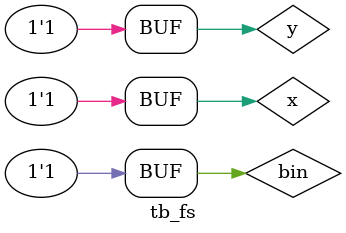
<source format=v>
module tb_fs;
    reg x, y, bin;
    wire diff, bout;

    Full_Subtractor UUT (
        .x(x),
        .y(y),
        .bin(bin),
        .diff(diff),
        .bout(bout)
    );

    initial begin
                x = 0;  y = 0;  bin = 0;
        #100;   x = 0;  y = 0;  bin = 1;
        #100;   x = 0;  y = 1;  bin = 0;
        #100;   x = 0;  y = 1;  bin = 1;
        #100;   x = 1;  y = 0;  bin = 0;
        #100;   x = 1;  y = 0;  bin = 1;
        #100;   x = 1;  y = 1;  bin = 0;
        #100;   x = 1;  y = 1;  bin = 1;
        
    end
endmodule

</source>
